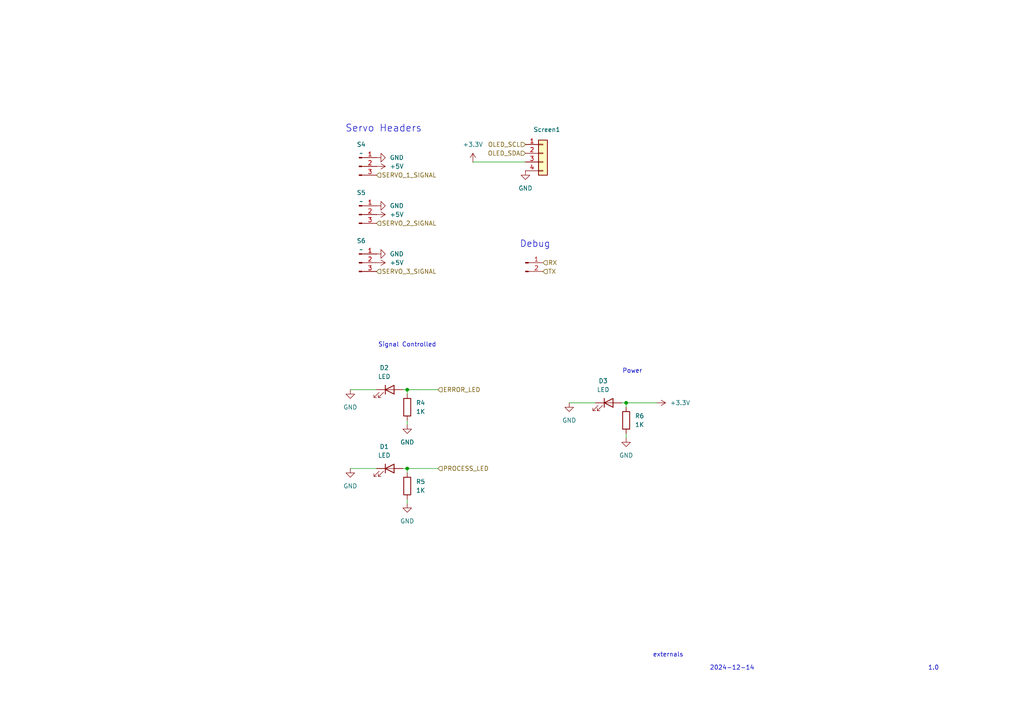
<source format=kicad_sch>
(kicad_sch (version 20231120) (generator "eeschema") (generator_version "8.0")
  (paper "A4")
  (lib_symbols
    (symbol "Connector:Conn_01x02_Pin" (pin_names (offset 1.016) hide)
      (property "Reference" "J" (at 0 2.54 0))
      (property "Value" "Conn_01x02_Pin" (at 0 -5.08 0))
      (symbol "Conn_01x02_Pin_1_1"
        (polyline (pts (xy 1.27 -2.54) (xy 0.8636 -2.54)) (stroke (width 0.1524)))
        (polyline (pts (xy 1.27 0) (xy 0.8636 0)) (stroke (width 0.1524)))
        (rectangle (start 0.8636 -2.413) (end 0 -2.667) (stroke (width 0.1524)) (fill (type outline)))
        (rectangle (start 0.8636 0.127) (end 0 -0.127) (stroke (width 0.1524)) (fill (type outline)))
        (pin passive line (at 5.08 0 180) (length 3.81) (name "Pin_1") (number "1"))
        (pin passive line (at 5.08 -2.54 180) (length 3.81) (name "Pin_2") (number "2"))
      )
    )
    (symbol "Connector:Conn_01x03_Pin" (pin_names (offset 1.016) hide)
      (property "Reference" "J" (at 0 5.08 0))
      (property "Value" "Conn_01x03_Pin" (at 0 -5.08 0))
      (symbol "Conn_01x03_Pin_1_1"
        (polyline (pts (xy 1.27 -2.54) (xy 0.8636 -2.54)) (stroke (width 0.1524)))
        (polyline (pts (xy 1.27 0) (xy 0.8636 0)) (stroke (width 0.1524)))
        (polyline (pts (xy 1.27 2.54) (xy 0.8636 2.54)) (stroke (width 0.1524)))
        (rectangle (start 0.8636 -2.413) (end 0 -2.667) (stroke (width 0.1524)) (fill (type outline)))
        (rectangle (start 0.8636 0.127) (end 0 -0.127) (stroke (width 0.1524)) (fill (type outline)))
        (rectangle (start 0.8636 2.667) (end 0 2.413) (stroke (width 0.1524)) (fill (type outline)))
        (pin passive line (at 5.08 2.54 180) (length 3.81) (name "Pin_1") (number "1"))
        (pin passive line (at 5.08 0 180) (length 3.81) (name "Pin_2") (number "2"))
        (pin passive line (at 5.08 -2.54 180) (length 3.81) (name "Pin_3") (number "3"))
      )
    )
    (symbol "Connector_Generic:Conn_01x04" (pin_names (offset 1.016) hide)
      (property "Reference" "J" (at 0 5.08 0))
      (property "Value" "Conn_01x04" (at 0 -7.62 0))
      (symbol "Conn_01x04_1_1"
        (rectangle (start -1.27 -4.953) (end 0 -5.207) (stroke (width 0.1524)))
        (rectangle (start -1.27 -2.413) (end 0 -2.667) (stroke (width 0.1524)))
        (rectangle (start -1.27 0.127) (end 0 -0.127) (stroke (width 0.1524)))
        (rectangle (start -1.27 2.667) (end 0 2.413) (stroke (width 0.1524)))
        (rectangle (start -1.27 3.81) (end 1.27 -6.35) (stroke (width 0.254)) (fill (type background)))
        (pin passive line (at -5.08 2.54 0) (length 3.81) (name "Pin_1") (number "1"))
        (pin passive line (at -5.08 0 0) (length 3.81) (name "Pin_2") (number "2"))
        (pin passive line (at -5.08 -2.54 0) (length 3.81) (name "Pin_3") (number "3"))
        (pin passive line (at -5.08 -5.08 0) (length 3.81) (name "Pin_4") (number "4"))
      )
    )
    (symbol "Device:LED" (pin_numbers hide) (pin_names (offset 1.016) hide)
      (property "Reference" "D" (at 0 2.54 0))
      (property "Value" "LED" (at 0 -2.54 0))
      (symbol "LED_0_1"
        (polyline (pts (xy -1.27 -1.27) (xy -1.27 1.27)) (stroke (width 0.254)))
        (polyline (pts (xy -1.27 0) (xy 1.27 0)))
        (polyline (pts (xy 1.27 -1.27) (xy 1.27 1.27) (xy -1.27 0) (xy 1.27 -1.27)) (stroke (width 0.254)))
        (polyline (pts (xy -3.048 -0.762) (xy -4.572 -2.286) (xy -3.81 -2.286) (xy -4.572 -2.286) (xy -4.572 -1.524)))
        (polyline (pts (xy -1.778 -0.762) (xy -3.302 -2.286) (xy -2.54 -2.286) (xy -3.302 -2.286) (xy -3.302 -1.524)))
      )
      (symbol "LED_1_1"
        (pin passive line (at -3.81 0 0) (length 2.54) (name "K") (number "1"))
        (pin passive line (at 3.81 0 180) (length 2.54) (name "A") (number "2"))
      )
    )
    (symbol "Device:R" (pin_numbers hide) (pin_names (offset 0))
      (property "Reference" "R" (at 2.032 0 90))
      (property "Value" "R" (at 0 0 90))
      (symbol "R_0_1"
        (rectangle (start -1.016 -2.54) (end 1.016 2.54) (stroke (width 0.254)))
      )
      (symbol "R_1_1"
        (pin passive line (at 0 3.81 270) (length 1.27) (name "~") (number "1"))
        (pin passive line (at 0 -3.81 90) (length 1.27) (name "~") (number "2"))
      )
    )
    (symbol "power:+3.3V" (power) (pin_numbers hide) (pin_names (offset 0) hide)
      (property "Value" "+3.3V" (at 0 3.556 0))
      (symbol "+3.3V_0_1"
        (polyline (pts (xy -0.762 1.27) (xy 0 2.54)))
        (polyline (pts (xy 0 0) (xy 0 2.54)))
        (polyline (pts (xy 0 2.54) (xy 0.762 1.27)))
      )
      (symbol "+3.3V_1_1"
        (pin power_in line (at 0 0 90) (length 0) (name "~") (number "1"))
      )
    )
    (symbol "power:+5V" (power) (pin_numbers hide) (pin_names (offset 0) hide)
      (property "Value" "+5V" (at 0 3.556 0))
      (symbol "+5V_0_1"
        (polyline (pts (xy -0.762 1.27) (xy 0 2.54)))
        (polyline (pts (xy 0 0) (xy 0 2.54)))
        (polyline (pts (xy 0 2.54) (xy 0.762 1.27)))
      )
      (symbol "+5V_1_1"
        (pin power_in line (at 0 0 90) (length 0) (name "~") (number "1"))
      )
    )
    (symbol "power:GND" (power) (pin_numbers hide) (pin_names (offset 0) hide)
      (property "Value" "GND" (at 0 -3.81 0))
      (symbol "GND_0_1"
        (polyline (pts (xy 0 0) (xy 0 -1.27) (xy 1.27 -1.27) (xy 0 -2.54) (xy -1.27 -1.27) (xy 0 -1.27)))
      )
      (symbol "GND_1_1"
        (pin power_in line (at 0 0 270) (length 0) (name "~") (number "1"))
      )
    )
  )
  (junction (at 118.11 113.03))
  (junction (at 181.61 116.84))
  (junction (at 118.11 135.89))
  (wire (pts (xy 118.11 137.16) (xy 118.11 135.89)))
  (wire (pts (xy 181.61 116.84) (xy 190.5 116.84)))
  (wire (pts (xy 118.11 144.78) (xy 118.11 146.05)))
  (wire (pts (xy 101.6 135.89) (xy 109.22 135.89)))
  (wire (pts (xy 118.11 121.92) (xy 118.11 123.19)))
  (wire (pts (xy 181.61 118.11) (xy 181.61 116.84)))
  (wire (pts (xy 118.11 135.89) (xy 116.84 135.89)))
  (wire (pts (xy 165.1 116.84) (xy 172.72 116.84)))
  (wire (pts (xy 101.6 113.03) (xy 109.22 113.03)))
  (wire (pts (xy 118.11 135.89) (xy 127 135.89)))
  (wire (pts (xy 181.61 125.73) (xy 181.61 127)))
  (wire (pts (xy 118.11 113.03) (xy 127 113.03)))
  (wire (pts (xy 137.16 46.99) (xy 152.4 46.99)))
  (wire (pts (xy 118.11 114.3) (xy 118.11 113.03)))
  (wire (pts (xy 181.61 116.84) (xy 180.34 116.84)))
  (wire (pts (xy 118.11 113.03) (xy 116.84 113.03)))
  (text "1.0" (at 270.764 193.802 0) (effects (font (size 1.27 1.27))))
  (text "Power \n" (at 183.896 107.696 0) (effects (font (size 1.27 1.27))))
  (text "2024-12-14" (at 212.344 193.802 0) (effects (font (size 1.27 1.27))))
  (text "Debug" (at 155.194 70.866 0) (effects (font (size 1.905 1.905))))
  (text "Servo Headers" (at 111.252 37.338 0) (effects (font (size 2.032 2.032))))
  (text "Signal Controlled\n" (at 118.11 100.076 0) (effects (font (size 1.27 1.27))))
  (text "externals" (at 193.802 189.992 0) (effects (font (size 1.27 1.27))))
  (hierarchical_label "PROCESS_LED" (shape input) (at 127 135.89 0))
  (hierarchical_label "RX" (shape input) (at 157.48 76.2 0))
  (hierarchical_label "OLED_SCL" (shape input) (at 152.4 41.91 180))
  (hierarchical_label "ERROR_LED" (shape input) (at 127 113.03 0))
  (hierarchical_label "OLED_SDA" (shape input) (at 152.4 44.45 180))
  (hierarchical_label "SERVO_3_SIGNAL" (shape input) (at 109.22 78.74 0))
  (hierarchical_label "TX" (shape input) (at 157.48 78.74 0))
  (hierarchical_label "SERVO_2_SIGNAL" (shape input) (at 109.22 64.77 0))
  (hierarchical_label "SERVO_1_SIGNAL" (shape input) (at 109.22 50.8 0))
  (symbol (lib_id "power:+5V") (at 109.22 48.26 270) (unit 1)
    (property "Reference" "#PWR0169" (effects (hide yes)))
    (property "Value" "+5V" (at 113.03 48.2599 90) (effects (justify left)))
    (property "Description" "Power symbol creates a global label with name \"+5V\"" (effects (hide yes)))
  )
  (symbol (lib_id "Connector:Conn_01x02_Pin") (at 152.4 76.2 0) (unit 1)
    (property "Reference" "DB?" (effects (hide yes)))
    (property "Value" "Conn_01x02_Pin" (effects (hide yes)))
    (property "Description" "Generic connector, single row, 01x02, script generated" (effects (hide yes)))
  )
  (symbol (lib_id "power:GND") (at 101.6 113.03 0) (unit 1)
    (property "Reference" "#PWR09" (effects (hide yes)))
    (property "Value" "GND" (at 101.6 118.11 0))
    (property "Description" "Power symbol creates a global label with name \"GND\" , ground" (effects (hide yes)))
  )
  (symbol (lib_id "Connector_Generic:Conn_01x04") (at 157.48 44.45 0) (unit 1)
    (property "Reference" "Screen1" (at 154.686 37.592 0) (effects (justify left)))
    (property "Value" "Conn_01x04" (effects (hide yes)))
    (property "Footprint" "Connector_PinHeader_2.00mm:PinHeader_1x04_P2.00mm_Horizontal" (effects (hide yes)))
  )
  (symbol (lib_id "power:+3.3V") (at 137.16 46.99 0) (unit 1)
    (property "Reference" "#PWR0174" (effects (hide yes)))
    (property "Value" "+3.3V" (at 137.16 41.91 0))
    (property "Description" "Power symbol creates a global label with name \"+3.3V\"" (effects (hide yes)))
  )
  (symbol (lib_id "power:GND") (at 101.6 135.89 0) (unit 1)
    (property "Reference" "#PWR030" (effects (hide yes)))
    (property "Value" "GND" (at 101.6 140.97 0))
    (property "Description" "Power symbol creates a global label with name \"GND\" , ground" (effects (hide yes)))
  )
  (symbol (lib_id "Device:LED") (at 176.53 116.84 0) (unit 1)
    (property "Reference" "D3" (at 174.9425 110.49 0))
    (property "Value" "LED" (at 174.9425 113.03 0))
    (property "Description" "Light emitting diode" (effects (hide yes)))
  )
  (symbol (lib_id "power:+3.3V") (at 190.5 116.84 270) (unit 1)
    (property "Reference" "#PWR0127" (effects (hide yes)))
    (property "Value" "+3.3V" (at 194.31 116.8399 90) (effects (justify left)))
    (property "Description" "Power symbol creates a global label with name \"+3.3V\"" (effects (hide yes)))
  )
  (symbol (lib_id "power:GND") (at 118.11 123.19 0) (unit 1)
    (property "Reference" "#PWR031" (effects (hide yes)))
    (property "Value" "GND" (at 118.11 128.27 0))
    (property "Description" "Power symbol creates a global label with name \"GND\" , ground" (effects (hide yes)))
  )
  (symbol (lib_id "Connector:Conn_01x03_Pin") (at 104.14 48.26 0) (unit 1)
    (property "Reference" "S4" (at 104.775 41.91 0))
    (property "Value" "~" (at 104.775 44.45 0))
    (property "Description" "Generic connector, single row, 01x03, script generated" (effects (hide yes)))
  )
  (symbol (lib_id "power:+5V") (at 109.22 76.2 270) (unit 1)
    (property "Reference" "#PWR0173" (effects (hide yes)))
    (property "Value" "+5V" (at 113.03 76.1999 90) (effects (justify left)))
    (property "Description" "Power symbol creates a global label with name \"+5V\"" (effects (hide yes)))
  )
  (symbol (lib_id "Device:LED") (at 113.03 135.89 0) (unit 1)
    (property "Reference" "D1" (at 111.4425 129.54 0))
    (property "Value" "LED" (at 111.4425 132.08 0))
    (property "Description" "Light emitting diode" (effects (hide yes)))
  )
  (symbol (lib_id "power:GND") (at 118.11 146.05 0) (unit 1)
    (property "Reference" "#PWR0122" (effects (hide yes)))
    (property "Value" "GND" (at 118.11 151.13 0))
    (property "Description" "Power symbol creates a global label with name \"GND\" , ground" (effects (hide yes)))
  )
  (symbol (lib_id "Device:R") (at 118.11 118.11 0) (unit 1)
    (property "Reference" "R4" (at 120.65 116.8399 0) (effects (justify left)))
    (property "Value" "1K" (at 120.65 119.3799 0) (effects (justify left)))
    (property "Description" "Resistor" (effects (hide yes)))
  )
  (symbol (lib_id "Connector:Conn_01x03_Pin") (at 104.14 76.2 0) (unit 1)
    (property "Reference" "S6" (at 104.775 69.85 0))
    (property "Value" "~" (at 104.775 72.39 0))
    (property "Description" "Generic connector, single row, 01x03, script generated" (effects (hide yes)))
  )
  (symbol (lib_id "power:GND") (at 152.4 49.53 0) (unit 1)
    (property "Reference" "#PWR0175" (effects (hide yes)))
    (property "Value" "GND" (at 152.4 54.61 0))
    (property "Description" "Power symbol creates a global label with name \"GND\" , ground" (effects (hide yes)))
  )
  (symbol (lib_id "Device:LED") (at 113.03 113.03 0) (unit 1)
    (property "Reference" "D2" (at 111.4425 106.68 0))
    (property "Value" "LED" (at 111.4425 109.22 0))
    (property "Description" "Light emitting diode" (effects (hide yes)))
  )
  (symbol (lib_id "Device:R") (at 181.61 121.92 0) (unit 1)
    (property "Reference" "R6" (at 184.15 120.6499 0) (effects (justify left)))
    (property "Value" "1K" (at 184.15 123.1899 0) (effects (justify left)))
    (property "Description" "Resistor" (effects (hide yes)))
  )
  (symbol (lib_id "power:GND") (at 181.61 127 0) (unit 1)
    (property "Reference" "#PWR0126" (effects (hide yes)))
    (property "Value" "GND" (at 181.61 132.08 0))
    (property "Description" "Power symbol creates a global label with name \"GND\" , ground" (effects (hide yes)))
  )
  (symbol (lib_id "Device:R") (at 118.11 140.97 0) (unit 1)
    (property "Reference" "R5" (at 120.65 139.6999 0) (effects (justify left)))
    (property "Value" "1K" (at 120.65 142.2399 0) (effects (justify left)))
    (property "Description" "Resistor" (effects (hide yes)))
  )
  (symbol (lib_id "power:+5V") (at 109.22 62.23 270) (unit 1)
    (property "Reference" "#PWR0171" (effects (hide yes)))
    (property "Value" "+5V" (at 113.03 62.2299 90) (effects (justify left)))
    (property "Description" "Power symbol creates a global label with name \"+5V\"" (effects (hide yes)))
  )
  (symbol (lib_id "power:GND") (at 109.22 73.66 90) (unit 1)
    (property "Reference" "#PWR0172" (effects (hide yes)))
    (property "Value" "GND" (at 113.03 73.6599 90) (effects (justify right)))
    (property "Description" "Power symbol creates a global label with name \"GND\" , ground" (effects (hide yes)))
  )
  (symbol (lib_id "power:GND") (at 109.22 45.72 90) (unit 1)
    (property "Reference" "#PWR0168" (effects (hide yes)))
    (property "Value" "GND" (at 113.03 45.7199 90) (effects (justify right)))
    (property "Description" "Power symbol creates a global label with name \"GND\" , ground" (effects (hide yes)))
  )
  (symbol (lib_id "power:GND") (at 109.22 59.69 90) (unit 1)
    (property "Reference" "#PWR0170" (effects (hide yes)))
    (property "Value" "GND" (at 113.03 59.6899 90) (effects (justify right)))
    (property "Description" "Power symbol creates a global label with name \"GND\" , ground" (effects (hide yes)))
  )
  (symbol (lib_id "power:GND") (at 165.1 116.84 0) (unit 1)
    (property "Reference" "#PWR0125" (effects (hide yes)))
    (property "Value" "GND" (at 165.1 121.92 0))
    (property "Description" "Power symbol creates a global label with name \"GND\" , ground" (effects (hide yes)))
  )
  (symbol (lib_id "Connector:Conn_01x03_Pin") (at 104.14 62.23 0) (unit 1)
    (property "Reference" "S5" (at 104.775 55.88 0))
    (property "Value" "~" (at 104.775 58.42 0))
    (property "Description" "Generic connector, single row, 01x03, script generated" (effects (hide yes)))
  )
)
</source>
